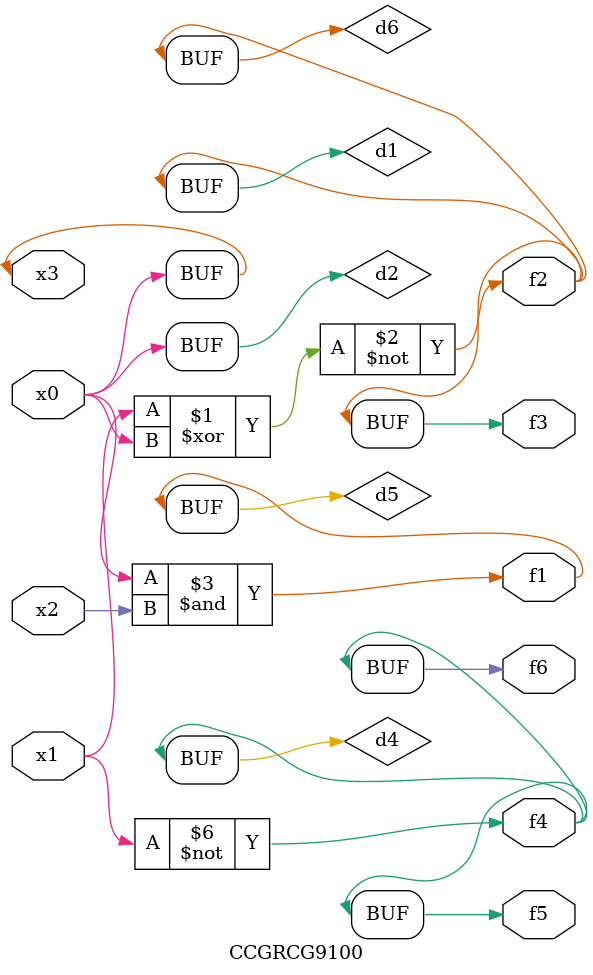
<source format=v>
module CCGRCG9100(
	input x0, x1, x2, x3,
	output f1, f2, f3, f4, f5, f6
);

	wire d1, d2, d3, d4, d5, d6;

	xnor (d1, x1, x3);
	buf (d2, x0, x3);
	nand (d3, x0, x2);
	not (d4, x1);
	nand (d5, d3);
	or (d6, d1);
	assign f1 = d5;
	assign f2 = d6;
	assign f3 = d6;
	assign f4 = d4;
	assign f5 = d4;
	assign f6 = d4;
endmodule

</source>
